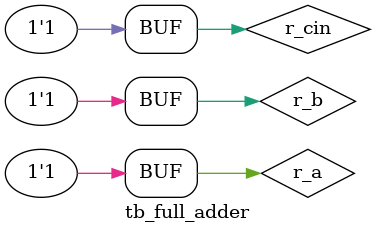
<source format=v>
`timescale 1ns / 1ps

module tb_full_adder();
    reg r_a, r_b, r_cin;
    wire w_sum, w_carry_out;

    full_adder u_full_adder(
        .a(r_a),
        .b(r_b),
        .cin(r_cin),
        .sum(w_sum),
        .carry_out(w_carry_out)
    );

    initial begin
        #00 r_a = 0; r_b = 0; r_cin = 0;
        #10 r_a = 0; r_b = 0; r_cin = 1;
        #10 r_a = 0; r_b = 1; r_cin = 0;
        #10 r_a = 0; r_b = 1; r_cin = 1;
        #10 r_a = 1; r_b = 0; r_cin = 0;
        #10 r_a = 1; r_b = 0; r_cin = 1;
        #10 r_a = 1; r_b = 1; r_cin = 0;
        #10 r_a = 1; r_b = 1; r_cin = 1;
    end

endmodule

</source>
